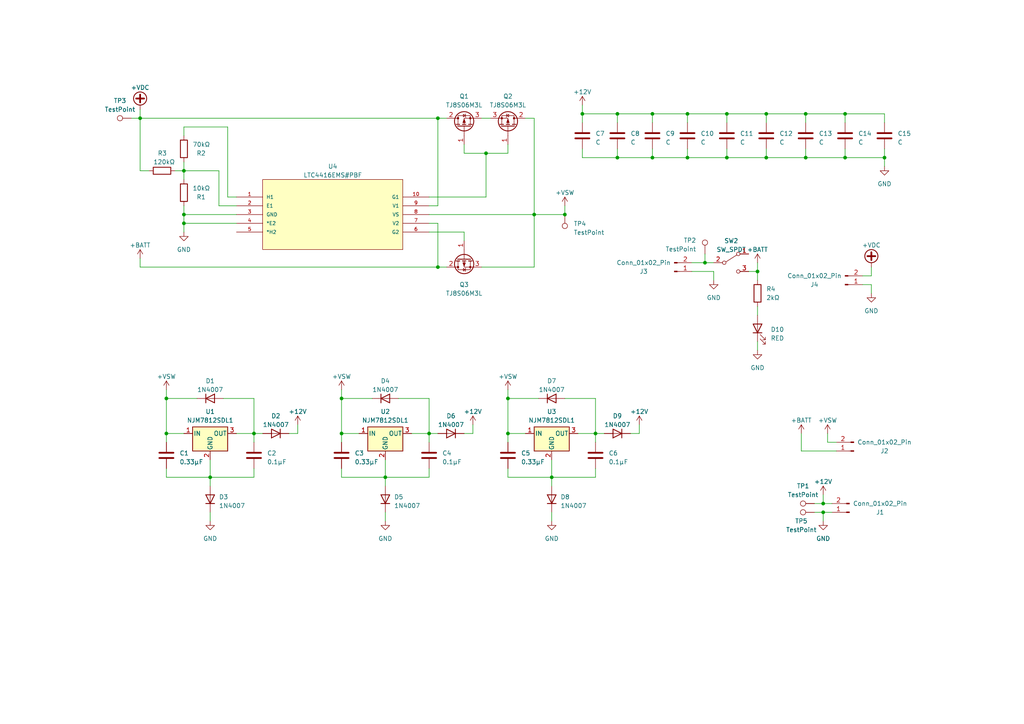
<source format=kicad_sch>
(kicad_sch (version 20230121) (generator eeschema)
  (paper "A4")
  (lib_symbols
    (symbol "Connector:Conn_01x02_Pin" (pin_names (offset 1.016) hide)
      (property "Reference" "J" (at 0 2.54 0))
      (property "Value" "Conn_01x02_Pin" (at 0 -5.08 0))
      (symbol "Conn_01x02_Pin_1_1"
        (polyline (pts (xy 1.27 -2.54) (xy 0.8636 -2.54)) (stroke (width 0.1524)))
        (polyline (pts (xy 1.27 0) (xy 0.8636 0)) (stroke (width 0.1524)))
        (rectangle (start 0.8636 -2.413) (end 0 -2.667) (stroke (width 0.1524)) (fill (type outline)))
        (rectangle (start 0.8636 0.127) (end 0 -0.127) (stroke (width 0.1524)) (fill (type outline)))
        (pin passive line (at 5.08 0 180) (length 3.81) (name "Pin_1") (number "1"))
        (pin passive line (at 5.08 -2.54 180) (length 3.81) (name "Pin_2") (number "2"))
      )
    )
    (symbol "Connector:TestPoint" (pin_numbers hide) (pin_names (offset 0.762) hide)
      (property "Reference" "TP" (at 0 6.858 0))
      (property "Value" "TestPoint" (at 0 5.08 0))
      (symbol "TestPoint_0_1"
        (circle (center 0 3.302) (radius 0.762))
      )
      (symbol "TestPoint_1_1"
        (pin passive line (at 0 0 90) (length 2.54) (name "1") (number "1"))
      )
    )
    (symbol "Device:C" (pin_numbers hide) (pin_names (offset 0.254))
      (property "Reference" "C" (at 0.635 2.54 0))
      (property "Value" "C" (at 0.635 -2.54 0))
      (symbol "C_0_1"
        (polyline (pts (xy -2.032 -0.762) (xy 2.032 -0.762)) (stroke (width 0.508)))
        (polyline (pts (xy -2.032 0.762) (xy 2.032 0.762)) (stroke (width 0.508)))
      )
      (symbol "C_1_1"
        (pin passive line (at 0 3.81 270) (length 2.794) (name "~") (number "1"))
        (pin passive line (at 0 -3.81 90) (length 2.794) (name "~") (number "2"))
      )
    )
    (symbol "Device:LED" (pin_numbers hide) (pin_names (offset 1.016) hide)
      (property "Reference" "D" (at 0 2.54 0))
      (property "Value" "LED" (at 0 -2.54 0))
      (symbol "LED_0_1"
        (polyline (pts (xy -1.27 -1.27) (xy -1.27 1.27)) (stroke (width 0.254)))
        (polyline (pts (xy -1.27 0) (xy 1.27 0)))
        (polyline (pts (xy 1.27 -1.27) (xy 1.27 1.27) (xy -1.27 0) (xy 1.27 -1.27)) (stroke (width 0.254)))
        (polyline (pts (xy -3.048 -0.762) (xy -4.572 -2.286) (xy -3.81 -2.286) (xy -4.572 -2.286) (xy -4.572 -1.524)))
        (polyline (pts (xy -1.778 -0.762) (xy -3.302 -2.286) (xy -2.54 -2.286) (xy -3.302 -2.286) (xy -3.302 -1.524)))
      )
      (symbol "LED_1_1"
        (pin passive line (at -3.81 0 0) (length 2.54) (name "K") (number "1"))
        (pin passive line (at 3.81 0 180) (length 2.54) (name "A") (number "2"))
      )
    )
    (symbol "Device:R" (pin_numbers hide) (pin_names (offset 0))
      (property "Reference" "R" (at 2.032 0 90))
      (property "Value" "R" (at 0 0 90))
      (symbol "R_0_1"
        (rectangle (start -1.016 -2.54) (end 1.016 2.54) (stroke (width 0.254)))
      )
      (symbol "R_1_1"
        (pin passive line (at 0 3.81 270) (length 1.27) (name "~") (number "1"))
        (pin passive line (at 0 -3.81 90) (length 1.27) (name "~") (number "2"))
      )
    )
    (symbol "Diode:1N4007" (pin_numbers hide) (pin_names hide)
      (property "Reference" "D" (at 0 2.54 0))
      (property "Value" "1N4007" (at 0 -2.54 0))
      (symbol "1N4007_0_1"
        (polyline (pts (xy -1.27 1.27) (xy -1.27 -1.27)) (stroke (width 0.254)))
        (polyline (pts (xy 1.27 0) (xy -1.27 0)))
        (polyline (pts (xy 1.27 1.27) (xy 1.27 -1.27) (xy -1.27 0) (xy 1.27 1.27)) (stroke (width 0.254)))
      )
      (symbol "1N4007_1_1"
        (pin passive line (at -3.81 0 0) (length 2.54) (name "K") (number "1"))
        (pin passive line (at 3.81 0 180) (length 2.54) (name "A") (number "2"))
      )
    )
    (symbol "LTC4416EMS_PBF:LTC4416EMS#PBF" (pin_names (offset 1.016))
      (property "Reference" "U" (at 23.2536 9.1335 0))
      (property "Value" "LTC4416EMS#PBF" (at 22.6431 6.5968 0))
      (symbol "LTC4416EMS#PBF_0_0"
        (rectangle (start 7.62 -15.24) (end 48.26 5.08) (stroke (width 0.1524)) (fill (type background)))
        (pin output line (at 0 0 0) (length 7.62) (name "H1") (number "1"))
        (pin passive line (at 55.88 0 180) (length 7.62) (name "G1") (number "10"))
        (pin input line (at 0 -2.54 0) (length 7.62) (name "E1") (number "2"))
        (pin power_in line (at 0 -5.08 0) (length 7.62) (name "GND") (number "3"))
        (pin input line (at 0 -7.62 0) (length 7.62) (name "*E2") (number "4"))
        (pin input line (at 0 -10.16 0) (length 7.62) (name "*H2") (number "5"))
        (pin passive line (at 55.88 -10.16 180) (length 7.62) (name "G2") (number "6"))
        (pin input line (at 55.88 -7.62 180) (length 7.62) (name "V2") (number "7"))
        (pin input line (at 55.88 -5.08 180) (length 7.62) (name "VS") (number "8"))
        (pin input line (at 55.88 -2.54 180) (length 7.62) (name "V1") (number "9"))
      )
    )
    (symbol "Regulator_Linear:L7812" (pin_names (offset 0.254))
      (property "Reference" "U" (at -3.81 3.175 0))
      (property "Value" "L7812" (at 0 3.175 0))
      (symbol "L7812_0_1"
        (rectangle (start -5.08 1.905) (end 5.08 -5.08) (stroke (width 0.254)) (fill (type background)))
      )
      (symbol "L7812_1_1"
        (pin power_in line (at -7.62 0 0) (length 2.54) (name "IN") (number "1"))
        (pin power_in line (at 0 -7.62 90) (length 2.54) (name "GND") (number "2"))
        (pin power_out line (at 7.62 0 180) (length 2.54) (name "OUT") (number "3"))
      )
    )
    (symbol "Switch:SW_SPDT" (pin_names (offset 0) hide)
      (property "Reference" "SW" (at 0 4.318 0))
      (property "Value" "SW_SPDT" (at 0 -5.08 0))
      (symbol "SW_SPDT_0_0"
        (circle (center -2.032 0) (radius 0.508))
        (circle (center 2.032 -2.54) (radius 0.508))
      )
      (symbol "SW_SPDT_0_1"
        (polyline (pts (xy -1.524 0.254) (xy 1.651 2.286)))
        (circle (center 2.032 2.54) (radius 0.508))
      )
      (symbol "SW_SPDT_1_1"
        (pin passive line (at 5.08 2.54 180) (length 2.54) (name "A") (number "1"))
        (pin passive line (at -5.08 0 0) (length 2.54) (name "B") (number "2"))
        (pin passive line (at 5.08 -2.54 180) (length 2.54) (name "C") (number "3"))
      )
    )
    (symbol "Transistor_FET:QM6015D" (pin_names hide)
      (property "Reference" "Q" (at 5.08 1.905 0))
      (property "Value" "QM6015D" (at 5.08 0 0))
      (symbol "QM6015D_0_1"
        (polyline (pts (xy 0.254 0) (xy -2.54 0)))
        (polyline (pts (xy 0.254 1.905) (xy 0.254 -1.905)) (stroke (width 0.254)))
        (polyline (pts (xy 0.762 -1.27) (xy 0.762 -2.286)) (stroke (width 0.254)))
        (polyline (pts (xy 0.762 0.508) (xy 0.762 -0.508)) (stroke (width 0.254)))
        (polyline (pts (xy 0.762 2.286) (xy 0.762 1.27)) (stroke (width 0.254)))
        (polyline (pts (xy 2.54 2.54) (xy 2.54 1.778)))
        (polyline (pts (xy 2.54 -2.54) (xy 2.54 0) (xy 0.762 0)))
        (polyline (pts (xy 0.762 1.778) (xy 3.302 1.778) (xy 3.302 -1.778) (xy 0.762 -1.778)))
        (polyline (pts (xy 2.286 0) (xy 1.27 0.381) (xy 1.27 -0.381) (xy 2.286 0)) (fill (type outline)))
        (polyline (pts (xy 2.794 -0.508) (xy 2.921 -0.381) (xy 3.683 -0.381) (xy 3.81 -0.254)))
        (polyline (pts (xy 3.302 -0.381) (xy 2.921 0.254) (xy 3.683 0.254) (xy 3.302 -0.381)))
        (circle (center 1.651 0) (radius 2.794) (stroke (width 0.254)))
        (circle (center 2.54 -1.778) (radius 0.254) (fill (type outline)))
        (circle (center 2.54 1.778) (radius 0.254) (fill (type outline)))
      )
      (symbol "QM6015D_1_1"
        (pin passive line (at -5.08 0 0) (length 2.54) (name "G") (number "1"))
        (pin passive line (at 2.54 5.08 270) (length 2.54) (name "D") (number "2"))
        (pin passive line (at 2.54 -5.08 90) (length 2.54) (name "S") (number "3"))
      )
    )
    (symbol "power:+12V" (power) (pin_names (offset 0))
      (property "Value" "+12V" (at 0 3.556 0))
      (symbol "+12V_0_1"
        (polyline (pts (xy -0.762 1.27) (xy 0 2.54)))
        (polyline (pts (xy 0 0) (xy 0 2.54)))
        (polyline (pts (xy 0 2.54) (xy 0.762 1.27)))
      )
      (symbol "+12V_1_1"
        (pin power_in line (at 0 0 90) (length 0) hide (name "+12V") (number "1"))
      )
    )
    (symbol "power:+BATT" (power) (pin_names (offset 0))
      (property "Value" "+BATT" (at 0 3.556 0))
      (symbol "+BATT_0_1"
        (polyline (pts (xy -0.762 1.27) (xy 0 2.54)))
        (polyline (pts (xy 0 0) (xy 0 2.54)))
        (polyline (pts (xy 0 2.54) (xy 0.762 1.27)))
      )
      (symbol "+BATT_1_1"
        (pin power_in line (at 0 0 90) (length 0) hide (name "+BATT") (number "1"))
      )
    )
    (symbol "power:+VDC" (power) (pin_names (offset 0))
      (property "Value" "+VDC" (at 0 6.35 0))
      (symbol "+VDC_0_1"
        (polyline (pts (xy -1.143 3.175) (xy 1.143 3.175)) (stroke (width 0.508)))
        (polyline (pts (xy 0 0) (xy 0 1.27)))
        (polyline (pts (xy 0 2.032) (xy 0 4.318)) (stroke (width 0.508)))
        (circle (center 0 3.175) (radius 1.905) (stroke (width 0.254)))
      )
      (symbol "+VDC_1_1"
        (pin power_in line (at 0 0 90) (length 0) hide (name "+VDC") (number "1"))
      )
    )
    (symbol "power:+VSW" (power) (pin_names (offset 0))
      (property "Value" "+VSW" (at 0 3.556 0))
      (symbol "+VSW_0_1"
        (polyline (pts (xy -0.762 1.27) (xy 0 2.54)))
        (polyline (pts (xy 0 0) (xy 0 2.54)))
        (polyline (pts (xy 0 2.54) (xy 0.762 1.27)))
      )
      (symbol "+VSW_1_1"
        (pin power_in line (at 0 0 90) (length 0) hide (name "+VSW") (number "1"))
      )
    )
    (symbol "power:GND" (power) (pin_names (offset 0))
      (property "Value" "GND" (at 0 -3.81 0))
      (symbol "GND_0_1"
        (polyline (pts (xy 0 0) (xy 0 -1.27) (xy 1.27 -1.27) (xy 0 -2.54) (xy -1.27 -1.27) (xy 0 -1.27)))
      )
      (symbol "GND_1_1"
        (pin power_in line (at 0 0 270) (length 0) hide (name "GND") (number "1"))
      )
    )
  )
  (junction (at 204.47 76.2))
  (junction (at 99.06 115.57))
  (junction (at 160.02 138.43))
  (junction (at 245.11 33.02))
  (junction (at 53.34 62.23))
  (junction (at 199.39 45.72))
  (junction (at 124.46 125.73))
  (junction (at 154.94 62.23))
  (junction (at 256.54 45.72))
  (junction (at 210.82 33.02))
  (junction (at 233.68 45.72))
  (junction (at 233.68 33.02))
  (junction (at 245.11 45.72))
  (junction (at 163.83 62.23))
  (junction (at 40.64 34.29))
  (junction (at 147.32 125.73))
  (junction (at 222.25 33.02))
  (junction (at 179.07 33.02))
  (junction (at 172.72 125.73))
  (junction (at 222.25 45.72))
  (junction (at 127 77.47))
  (junction (at 60.96 138.43))
  (junction (at 238.76 146.05))
  (junction (at 53.34 64.77))
  (junction (at 99.06 125.73))
  (junction (at 238.76 148.59))
  (junction (at 179.07 45.72))
  (junction (at 168.91 33.02))
  (junction (at 189.23 45.72))
  (junction (at 73.66 125.73))
  (junction (at 219.71 78.74))
  (junction (at 48.26 115.57))
  (junction (at 140.97 44.45))
  (junction (at 210.82 45.72))
  (junction (at 147.32 115.57))
  (junction (at 199.39 33.02))
  (junction (at 127 34.29))
  (junction (at 53.34 49.53))
  (junction (at 189.23 33.02))
  (junction (at 48.26 125.73))
  (junction (at 111.76 138.43))
  (wire (pts (xy 245.11 43.18) (xy 245.11 45.72)))
  (wire (pts (xy 232.41 125.73) (xy 232.41 130.81)))
  (wire (pts (xy 73.66 125.73) (xy 73.66 128.27)))
  (wire (pts (xy 53.34 125.73) (xy 48.26 125.73)))
  (wire (pts (xy 252.73 77.47) (xy 252.73 80.01)))
  (wire (pts (xy 134.62 125.73) (xy 137.16 125.73)))
  (wire (pts (xy 134.62 44.45) (xy 140.97 44.45)))
  (wire (pts (xy 134.62 69.85) (xy 134.62 67.31)))
  (wire (pts (xy 124.46 125.73) (xy 124.46 128.27)))
  (wire (pts (xy 48.26 138.43) (xy 60.96 138.43)))
  (wire (pts (xy 40.64 31.75) (xy 40.64 34.29)))
  (wire (pts (xy 104.14 125.73) (xy 99.06 125.73)))
  (wire (pts (xy 63.5 49.53) (xy 63.5 59.69)))
  (wire (pts (xy 233.68 45.72) (xy 222.25 45.72)))
  (wire (pts (xy 66.04 36.83) (xy 66.04 57.15)))
  (wire (pts (xy 210.82 35.56) (xy 210.82 33.02)))
  (wire (pts (xy 219.71 99.06) (xy 219.71 101.6)))
  (wire (pts (xy 189.23 33.02) (xy 179.07 33.02)))
  (wire (pts (xy 48.26 115.57) (xy 57.15 115.57)))
  (wire (pts (xy 53.34 49.53) (xy 53.34 46.99)))
  (wire (pts (xy 236.22 146.05) (xy 238.76 146.05)))
  (wire (pts (xy 38.1 34.29) (xy 40.64 34.29)))
  (wire (pts (xy 163.83 62.23) (xy 154.94 62.23)))
  (wire (pts (xy 127 64.77) (xy 127 77.47)))
  (wire (pts (xy 238.76 148.59) (xy 241.3 148.59)))
  (wire (pts (xy 119.38 125.73) (xy 124.46 125.73)))
  (wire (pts (xy 73.66 125.73) (xy 76.2 125.73)))
  (wire (pts (xy 222.25 35.56) (xy 222.25 33.02)))
  (wire (pts (xy 163.83 115.57) (xy 172.72 115.57)))
  (wire (pts (xy 99.06 115.57) (xy 99.06 125.73)))
  (wire (pts (xy 207.01 76.2) (xy 204.47 76.2)))
  (wire (pts (xy 40.64 34.29) (xy 40.64 49.53)))
  (wire (pts (xy 207.01 78.74) (xy 200.66 78.74)))
  (wire (pts (xy 48.26 115.57) (xy 48.26 125.73)))
  (wire (pts (xy 60.96 148.59) (xy 60.96 151.13)))
  (wire (pts (xy 199.39 33.02) (xy 189.23 33.02)))
  (wire (pts (xy 204.47 73.66) (xy 204.47 76.2)))
  (wire (pts (xy 163.83 59.69) (xy 163.83 62.23)))
  (wire (pts (xy 124.46 125.73) (xy 127 125.73)))
  (wire (pts (xy 236.22 148.59) (xy 238.76 148.59)))
  (wire (pts (xy 233.68 43.18) (xy 233.68 45.72)))
  (wire (pts (xy 48.26 113.03) (xy 48.26 115.57)))
  (wire (pts (xy 252.73 82.55) (xy 250.19 82.55)))
  (wire (pts (xy 210.82 33.02) (xy 199.39 33.02)))
  (wire (pts (xy 111.76 133.35) (xy 111.76 138.43)))
  (wire (pts (xy 147.32 125.73) (xy 147.32 128.27)))
  (wire (pts (xy 152.4 34.29) (xy 154.94 34.29)))
  (wire (pts (xy 64.77 115.57) (xy 73.66 115.57)))
  (wire (pts (xy 219.71 78.74) (xy 219.71 81.28)))
  (wire (pts (xy 199.39 43.18) (xy 199.39 45.72)))
  (wire (pts (xy 238.76 151.13) (xy 238.76 148.59)))
  (wire (pts (xy 245.11 45.72) (xy 233.68 45.72)))
  (wire (pts (xy 160.02 138.43) (xy 160.02 140.97)))
  (wire (pts (xy 189.23 43.18) (xy 189.23 45.72)))
  (wire (pts (xy 139.7 77.47) (xy 154.94 77.47)))
  (wire (pts (xy 147.32 113.03) (xy 147.32 115.57)))
  (wire (pts (xy 68.58 57.15) (xy 66.04 57.15)))
  (wire (pts (xy 124.46 57.15) (xy 140.97 57.15)))
  (wire (pts (xy 222.25 33.02) (xy 210.82 33.02)))
  (wire (pts (xy 207.01 81.28) (xy 207.01 78.74)))
  (wire (pts (xy 124.46 138.43) (xy 124.46 135.89)))
  (wire (pts (xy 99.06 115.57) (xy 107.95 115.57)))
  (wire (pts (xy 189.23 35.56) (xy 189.23 33.02)))
  (wire (pts (xy 127 77.47) (xy 129.54 77.47)))
  (wire (pts (xy 256.54 33.02) (xy 245.11 33.02)))
  (wire (pts (xy 172.72 115.57) (xy 172.72 125.73)))
  (wire (pts (xy 179.07 43.18) (xy 179.07 45.72)))
  (wire (pts (xy 199.39 45.72) (xy 210.82 45.72)))
  (wire (pts (xy 40.64 34.29) (xy 127 34.29)))
  (wire (pts (xy 137.16 123.19) (xy 137.16 125.73)))
  (wire (pts (xy 53.34 36.83) (xy 53.34 39.37)))
  (wire (pts (xy 50.8 49.53) (xy 53.34 49.53)))
  (wire (pts (xy 160.02 138.43) (xy 172.72 138.43)))
  (wire (pts (xy 111.76 138.43) (xy 124.46 138.43)))
  (wire (pts (xy 154.94 62.23) (xy 124.46 62.23)))
  (wire (pts (xy 53.34 59.69) (xy 53.34 62.23)))
  (wire (pts (xy 134.62 41.91) (xy 134.62 44.45)))
  (wire (pts (xy 154.94 34.29) (xy 154.94 62.23)))
  (wire (pts (xy 179.07 45.72) (xy 189.23 45.72)))
  (wire (pts (xy 160.02 148.59) (xy 160.02 151.13)))
  (wire (pts (xy 204.47 76.2) (xy 200.66 76.2)))
  (wire (pts (xy 86.36 123.19) (xy 86.36 125.73)))
  (wire (pts (xy 99.06 135.89) (xy 99.06 138.43)))
  (wire (pts (xy 152.4 125.73) (xy 147.32 125.73)))
  (wire (pts (xy 160.02 133.35) (xy 160.02 138.43)))
  (wire (pts (xy 40.64 74.93) (xy 40.64 77.47)))
  (wire (pts (xy 124.46 59.69) (xy 127 59.69)))
  (wire (pts (xy 168.91 33.02) (xy 168.91 35.56)))
  (wire (pts (xy 60.96 138.43) (xy 73.66 138.43)))
  (wire (pts (xy 68.58 59.69) (xy 63.5 59.69)))
  (wire (pts (xy 99.06 125.73) (xy 99.06 128.27)))
  (wire (pts (xy 99.06 113.03) (xy 99.06 115.57)))
  (wire (pts (xy 73.66 138.43) (xy 73.66 135.89)))
  (wire (pts (xy 63.5 49.53) (xy 53.34 49.53)))
  (wire (pts (xy 167.64 125.73) (xy 172.72 125.73)))
  (wire (pts (xy 53.34 64.77) (xy 53.34 62.23)))
  (wire (pts (xy 245.11 33.02) (xy 233.68 33.02)))
  (wire (pts (xy 154.94 77.47) (xy 154.94 62.23)))
  (wire (pts (xy 68.58 64.77) (xy 53.34 64.77)))
  (wire (pts (xy 127 77.47) (xy 40.64 77.47)))
  (wire (pts (xy 147.32 44.45) (xy 147.32 41.91)))
  (wire (pts (xy 48.26 125.73) (xy 48.26 128.27)))
  (wire (pts (xy 168.91 43.18) (xy 168.91 45.72)))
  (wire (pts (xy 240.03 125.73) (xy 240.03 128.27)))
  (wire (pts (xy 68.58 62.23) (xy 53.34 62.23)))
  (wire (pts (xy 219.71 76.2) (xy 219.71 78.74)))
  (wire (pts (xy 111.76 138.43) (xy 111.76 140.97)))
  (wire (pts (xy 111.76 148.59) (xy 111.76 151.13)))
  (wire (pts (xy 147.32 138.43) (xy 160.02 138.43)))
  (wire (pts (xy 124.46 64.77) (xy 127 64.77)))
  (wire (pts (xy 147.32 115.57) (xy 147.32 125.73)))
  (wire (pts (xy 172.72 138.43) (xy 172.72 135.89)))
  (wire (pts (xy 210.82 45.72) (xy 222.25 45.72)))
  (wire (pts (xy 233.68 33.02) (xy 222.25 33.02)))
  (wire (pts (xy 168.91 30.48) (xy 168.91 33.02)))
  (wire (pts (xy 147.32 135.89) (xy 147.32 138.43)))
  (wire (pts (xy 245.11 33.02) (xy 245.11 35.56)))
  (wire (pts (xy 233.68 33.02) (xy 233.68 35.56)))
  (wire (pts (xy 256.54 35.56) (xy 256.54 33.02)))
  (wire (pts (xy 172.72 125.73) (xy 172.72 128.27)))
  (wire (pts (xy 60.96 138.43) (xy 60.96 140.97)))
  (wire (pts (xy 189.23 45.72) (xy 199.39 45.72)))
  (wire (pts (xy 232.41 130.81) (xy 242.57 130.81)))
  (wire (pts (xy 179.07 33.02) (xy 168.91 33.02)))
  (wire (pts (xy 124.46 115.57) (xy 124.46 125.73)))
  (wire (pts (xy 40.64 49.53) (xy 43.18 49.53)))
  (wire (pts (xy 134.62 67.31) (xy 124.46 67.31)))
  (wire (pts (xy 256.54 45.72) (xy 256.54 48.26)))
  (wire (pts (xy 140.97 44.45) (xy 147.32 44.45)))
  (wire (pts (xy 240.03 128.27) (xy 242.57 128.27)))
  (wire (pts (xy 185.42 123.19) (xy 185.42 125.73)))
  (wire (pts (xy 83.82 125.73) (xy 86.36 125.73)))
  (wire (pts (xy 238.76 143.51) (xy 238.76 146.05)))
  (wire (pts (xy 127 34.29) (xy 129.54 34.29)))
  (wire (pts (xy 238.76 146.05) (xy 241.3 146.05)))
  (wire (pts (xy 252.73 80.01) (xy 250.19 80.01)))
  (wire (pts (xy 68.58 125.73) (xy 73.66 125.73)))
  (wire (pts (xy 172.72 125.73) (xy 175.26 125.73)))
  (wire (pts (xy 168.91 45.72) (xy 179.07 45.72)))
  (wire (pts (xy 245.11 45.72) (xy 256.54 45.72)))
  (wire (pts (xy 182.88 125.73) (xy 185.42 125.73)))
  (wire (pts (xy 66.04 36.83) (xy 53.34 36.83)))
  (wire (pts (xy 127 59.69) (xy 127 34.29)))
  (wire (pts (xy 252.73 85.09) (xy 252.73 82.55)))
  (wire (pts (xy 48.26 135.89) (xy 48.26 138.43)))
  (wire (pts (xy 219.71 88.9) (xy 219.71 91.44)))
  (wire (pts (xy 147.32 115.57) (xy 156.21 115.57)))
  (wire (pts (xy 53.34 64.77) (xy 53.34 67.31)))
  (wire (pts (xy 60.96 133.35) (xy 60.96 138.43)))
  (wire (pts (xy 99.06 138.43) (xy 111.76 138.43)))
  (wire (pts (xy 222.25 43.18) (xy 222.25 45.72)))
  (wire (pts (xy 140.97 57.15) (xy 140.97 44.45)))
  (wire (pts (xy 210.82 43.18) (xy 210.82 45.72)))
  (wire (pts (xy 139.7 34.29) (xy 142.24 34.29)))
  (wire (pts (xy 256.54 43.18) (xy 256.54 45.72)))
  (wire (pts (xy 199.39 35.56) (xy 199.39 33.02)))
  (wire (pts (xy 179.07 35.56) (xy 179.07 33.02)))
  (wire (pts (xy 115.57 115.57) (xy 124.46 115.57)))
  (wire (pts (xy 217.17 78.74) (xy 219.71 78.74)))
  (wire (pts (xy 53.34 49.53) (xy 53.34 52.07)))
  (wire (pts (xy 73.66 115.57) (xy 73.66 125.73)))
  (symbol (lib_id "Device:C") (at 199.39 39.37 0) (unit 1)
    (property "Reference" "C10" (at 203.2 38.735 0) (effects (justify left)))
    (property "Value" "C" (at 203.2 41.275 0) (effects (justify left)))
    (property "Footprint" "Capacitor_THT:CP_Radial_D10.0mm_P3.50mm" (effects hide))
  )
  (symbol (lib_id "power:GND") (at 219.71 101.6 0) (unit 1)
    (property "Reference" "#PWR024" (effects hide))
    (property "Value" "GND" (at 219.71 106.68 0))
  )
  (symbol (lib_id "power:GND") (at 111.76 151.13 0) (unit 1)
    (property "Reference" "#PWR07" (effects hide))
    (property "Value" "GND" (at 111.76 156.21 0))
  )
  (symbol (lib_id "power:+BATT") (at 232.41 125.73 0) (unit 1)
    (property "Reference" "#PWR012" (effects hide))
    (property "Value" "+BATT" (at 232.41 121.92 0))
  )
  (symbol (lib_id "Connector:Conn_01x02_Pin") (at 246.38 148.59 180) (unit 1)
    (property "Reference" "J1" (at 255.27 148.59 0))
    (property "Value" "Conn_01x02_Pin" (at 255.27 146.05 0))
    (property "Footprint" "Hirose_Connector:Hirose_DF1B" (effects hide))
  )
  (symbol (lib_id "power:+VSW") (at 147.32 113.03 0) (unit 1)
    (property "Reference" "#PWR09" (effects hide))
    (property "Value" "+VSW" (at 147.32 109.22 0))
  )
  (symbol (lib_id "Connector:Conn_01x02_Pin") (at 195.58 78.74 0) (mirror x) (unit 1)
    (property "Reference" "J3" (at 186.69 78.74 0))
    (property "Value" "Conn_01x02_Pin" (at 186.69 76.2 0))
    (property "Footprint" "Hirose_Connector:Hirose_DF1B" (effects hide))
  )
  (symbol (lib_id "power:+BATT") (at 40.64 74.93 0) (unit 1)
    (property "Reference" "#PWR020" (effects hide))
    (property "Value" "+BATT" (at 40.64 71.12 0))
  )
  (symbol (lib_id "power:GND") (at 256.54 48.26 0) (unit 1)
    (property "Reference" "#PWR023" (effects hide))
    (property "Value" "GND" (at 256.54 53.34 0))
  )
  (symbol (lib_id "Device:C") (at 179.07 39.37 0) (unit 1)
    (property "Reference" "C8" (at 182.88 38.735 0) (effects (justify left)))
    (property "Value" "C" (at 182.88 41.275 0) (effects (justify left)))
    (property "Footprint" "Capacitor_THT:CP_Radial_D10.0mm_P3.50mm" (effects hide))
  )
  (symbol (lib_id "Device:R") (at 53.34 55.88 180) (unit 1)
    (property "Reference" "R1" (at 59.69 57.15 0) (effects (justify left)))
    (property "Value" "10kΩ" (at 60.96 54.61 0) (effects (justify left)))
    (property "Footprint" "Resistor_SMD:R_0603_1608Metric_Pad0.98x0.95mm_HandSolder" (effects hide))
  )
  (symbol (lib_id "power:+12V") (at 238.76 143.51 0) (mirror y) (unit 1)
    (property "Reference" "#PWR01" (effects hide))
    (property "Value" "+12V" (at 238.76 139.7 0))
  )
  (symbol (lib_id "power:GND") (at 53.34 67.31 0) (unit 1)
    (property "Reference" "#PWR019" (effects hide))
    (property "Value" "GND" (at 53.34 72.39 0))
  )
  (symbol (lib_id "Device:R") (at 46.99 49.53 270) (unit 1)
    (property "Reference" "R3" (at 45.72 44.45 90) (effects (justify left)))
    (property "Value" "120kΩ" (at 44.45 46.99 90) (effects (justify left)))
    (property "Footprint" "Resistor_SMD:R_0603_1608Metric_Pad0.98x0.95mm_HandSolder" (effects hide))
  )
  (symbol (lib_id "Connector:Conn_01x02_Pin") (at 247.65 130.81 180) (unit 1)
    (property "Reference" "J2" (at 256.54 130.81 0))
    (property "Value" "Conn_01x02_Pin" (at 256.54 128.27 0))
    (property "Footprint" "Hirose_Connector:Hirose_DF1B" (effects hide))
  )
  (symbol (lib_id "Device:C") (at 210.82 39.37 0) (unit 1)
    (property "Reference" "C11" (at 214.63 38.735 0) (effects (justify left)))
    (property "Value" "C" (at 214.63 41.275 0) (effects (justify left)))
    (property "Footprint" "Capacitor_THT:CP_Radial_D10.0mm_P3.50mm" (effects hide))
  )
  (symbol (lib_id "power:+VDC") (at 40.64 31.75 0) (unit 1)
    (property "Reference" "#PWR016" (effects hide))
    (property "Value" "+VDC" (at 40.64 25.4 0))
  )
  (symbol (lib_id "Device:C") (at 48.26 132.08 0) (unit 1)
    (property "Reference" "C1" (at 52.07 131.445 0) (effects (justify left)))
    (property "Value" "0.33μF" (at 52.07 133.985 0) (effects (justify left)))
    (property "Footprint" "Capacitor_SMD:C_0805_2012Metric_Pad1.18x1.45mm_HandSolder" (effects hide))
  )
  (symbol (lib_id "power:+VSW") (at 163.83 59.69 0) (unit 1)
    (property "Reference" "#PWR021" (effects hide))
    (property "Value" "+VSW" (at 163.83 55.88 0))
  )
  (symbol (lib_id "Connector:Conn_01x02_Pin") (at 245.11 82.55 0) (mirror x) (unit 1)
    (property "Reference" "J4" (at 236.22 82.55 0))
    (property "Value" "Conn_01x02_Pin" (at 236.22 80.01 0))
    (property "Footprint" "Hirose_Connector:Hirose_DF1B" (effects hide))
  )
  (symbol (lib_id "Device:C") (at 73.66 132.08 0) (unit 1)
    (property "Reference" "C2" (at 77.47 131.445 0) (effects (justify left)))
    (property "Value" "0.1μF" (at 77.47 133.985 0) (effects (justify left)))
    (property "Footprint" "Capacitor_SMD:C_0805_2012Metric_Pad1.18x1.45mm_HandSolder" (effects hide))
  )
  (symbol (lib_id "power:+VDC") (at 252.73 77.47 0) (unit 1)
    (property "Reference" "#PWR018" (effects hide))
    (property "Value" "+VDC" (at 252.73 71.12 0))
  )
  (symbol (lib_id "Diode:1N4007") (at 80.01 125.73 180) (unit 1)
    (property "Reference" "D2" (at 80.01 120.65 0))
    (property "Value" "1N4007" (at 80.01 123.19 0))
    (property "Footprint" "Diode_SMD:D_SOD-123F" (effects hide))
    (property "Datasheet" "http://www.vishay.com/docs/88503/1n4001.pdf" (effects hide))
    (property "Sim.Device" "D" (effects hide))
    (property "Sim.Pins" "1=K 2=A" (effects hide))
  )
  (symbol (lib_id "Device:C") (at 168.91 39.37 0) (unit 1)
    (property "Reference" "C7" (at 172.72 38.735 0) (effects (justify left)))
    (property "Value" "C" (at 172.72 41.275 0) (effects (justify left)))
    (property "Footprint" "Capacitor_THT:CP_Radial_D10.0mm_P3.50mm" (effects hide))
  )
  (symbol (lib_id "Device:C") (at 222.25 39.37 0) (unit 1)
    (property "Reference" "C12" (at 226.06 38.735 0) (effects (justify left)))
    (property "Value" "C" (at 226.06 41.275 0) (effects (justify left)))
    (property "Footprint" "Capacitor_THT:CP_Radial_D10.0mm_P3.50mm" (effects hide))
  )
  (symbol (lib_id "power:+VSW") (at 99.06 113.03 0) (unit 1)
    (property "Reference" "#PWR03" (effects hide))
    (property "Value" "+VSW" (at 99.06 109.22 0))
  )
  (symbol (lib_id "Device:C") (at 99.06 132.08 0) (unit 1)
    (property "Reference" "C3" (at 102.87 131.445 0) (effects (justify left)))
    (property "Value" "0.33μF" (at 102.87 133.985 0) (effects (justify left)))
    (property "Footprint" "Capacitor_SMD:C_0805_2012Metric_Pad1.18x1.45mm_HandSolder" (effects hide))
  )
  (symbol (lib_id "Switch:SW_SPDT") (at 212.09 76.2 0) (unit 1)
    (property "Reference" "SW2" (at 212.09 69.85 0))
    (property "Value" "SW_SPDT" (at 212.09 72.39 0))
    (property "Footprint" "2MS1T1B4M7QES:2MS1T1B4M7QES" (effects hide))
  )
  (symbol (lib_id "Diode:1N4007") (at 160.02 144.78 90) (unit 1)
    (property "Reference" "D8" (at 162.56 144.145 90) (effects (justify right)))
    (property "Value" "1N4007" (at 162.56 146.685 90) (effects (justify right)))
    (property "Footprint" "Diode_SMD:D_SOD-123F" (effects hide))
    (property "Datasheet" "http://www.vishay.com/docs/88503/1n4001.pdf" (effects hide))
    (property "Sim.Device" "D" (effects hide))
    (property "Sim.Pins" "1=K 2=A" (effects hide))
  )
  (symbol (lib_id "Device:C") (at 147.32 132.08 0) (unit 1)
    (property "Reference" "C5" (at 151.13 131.445 0) (effects (justify left)))
    (property "Value" "0.33μF" (at 151.13 133.985 0) (effects (justify left)))
    (property "Footprint" "Capacitor_SMD:C_0805_2012Metric_Pad1.18x1.45mm_HandSolder" (effects hide))
  )
  (symbol (lib_id "Diode:1N4007") (at 111.76 144.78 90) (unit 1)
    (property "Reference" "D5" (at 114.3 144.145 90) (effects (justify right)))
    (property "Value" "1N4007" (at 114.3 146.685 90) (effects (justify right)))
    (property "Footprint" "Diode_SMD:D_SOD-123F" (effects hide))
    (property "Datasheet" "http://www.vishay.com/docs/88503/1n4001.pdf" (effects hide))
    (property "Sim.Device" "D" (effects hide))
    (property "Sim.Pins" "1=K 2=A" (effects hide))
  )
  (symbol (lib_id "Transistor_FET:QM6015D") (at 147.32 36.83 270) (mirror x) (unit 1)
    (property "Reference" "Q2" (at 147.32 27.94 90))
    (property "Value" "TJ8S06M3L" (at 147.32 30.48 90))
    (property "Footprint" "Package_TO_SOT_SMD:TO-252-2" (effects hide))
    (property "Datasheet" "http://www.jaolen.com/images/pdf/QM6015D.pdf" (effects hide))
  )
  (symbol (lib_id "power:GND") (at 207.01 81.28 0) (unit 1)
    (property "Reference" "#PWR015" (effects hide))
    (property "Value" "GND" (at 207.01 86.36 0))
  )
  (symbol (lib_id "Device:C") (at 172.72 132.08 0) (unit 1)
    (property "Reference" "C6" (at 176.53 131.445 0) (effects (justify left)))
    (property "Value" "0.1μF" (at 176.53 133.985 0) (effects (justify left)))
    (property "Footprint" "Capacitor_SMD:C_0805_2012Metric_Pad1.18x1.45mm_HandSolder" (effects hide))
  )
  (symbol (lib_id "Connector:TestPoint") (at 204.47 73.66 0) (mirror y) (unit 1)
    (property "Reference" "TP2" (at 201.93 69.723 0) (effects (justify left)))
    (property "Value" "TestPoint" (at 201.93 72.263 0) (effects (justify left)))
    (property "Footprint" "Connector_Pin:Pin_D1.0mm_L10.0mm" (effects hide))
  )
  (symbol (lib_id "Diode:1N4007") (at 60.96 144.78 90) (unit 1)
    (property "Reference" "D3" (at 63.5 144.145 90) (effects (justify right)))
    (property "Value" "1N4007" (at 63.5 146.685 90) (effects (justify right)))
    (property "Footprint" "Diode_SMD:D_SOD-123F" (effects hide))
    (property "Datasheet" "http://www.vishay.com/docs/88503/1n4001.pdf" (effects hide))
    (property "Sim.Device" "D" (effects hide))
    (property "Sim.Pins" "1=K 2=A" (effects hide))
  )
  (symbol (lib_id "Device:C") (at 256.54 39.37 0) (unit 1)
    (property "Reference" "C15" (at 260.35 38.735 0) (effects (justify left)))
    (property "Value" "C" (at 260.35 41.275 0) (effects (justify left)))
    (property "Footprint" "Capacitor_THT:CP_Radial_D10.0mm_P3.50mm" (effects hide))
  )
  (symbol (lib_id "power:GND") (at 60.96 151.13 0) (unit 1)
    (property "Reference" "#PWR04" (effects hide))
    (property "Value" "GND" (at 60.96 156.21 0))
  )
  (symbol (lib_id "power:+VSW") (at 240.03 125.73 0) (unit 1)
    (property "Reference" "#PWR013" (effects hide))
    (property "Value" "+VSW" (at 240.03 121.92 0))
  )
  (symbol (lib_id "Device:R") (at 219.71 85.09 0) (unit 1)
    (property "Reference" "R4" (at 222.25 83.8199 0) (effects (justify left)))
    (property "Value" "2kΩ" (at 222.25 86.3599 0) (effects (justify left)))
    (property "Footprint" "Resistor_SMD:R_0603_1608Metric_Pad0.98x0.95mm_HandSolder" (effects hide))
  )
  (symbol (lib_id "power:+12V") (at 168.91 30.48 0) (mirror y) (unit 1)
    (property "Reference" "#PWR022" (effects hide))
    (property "Value" "+12V" (at 168.91 26.67 0))
  )
  (symbol (lib_id "Regulator_Linear:L7812") (at 160.02 125.73 0) (unit 1)
    (property "Reference" "U3" (at 160.02 119.38 0))
    (property "Value" "NJM7812SDL1" (at 160.02 121.92 0))
    (property "Footprint" "Package_TO_SOT_SMD:TO-252-2" (effects hide))
    (property "Datasheet" "http://www.st.com/content/ccc/resource/technical/document/datasheet/41/4f/b3/b0/12/d4/47/88/CD00000444.pdf/files/CD00000444.pdf/jcr:content/translations/en.CD00000444.pdf" (effects hide))
  )
  (symbol (lib_id "power:+12V") (at 137.16 123.19 0) (mirror y) (unit 1)
    (property "Reference" "#PWR08" (effects hide))
    (property "Value" "+12V" (at 137.16 119.38 0))
  )
  (symbol (lib_id "Diode:1N4007") (at 160.02 115.57 0) (unit 1)
    (property "Reference" "D7" (at 160.02 110.49 0))
    (property "Value" "1N4007" (at 160.02 113.03 0))
    (property "Footprint" "Diode_SMD:D_SOD-123F" (effects hide))
    (property "Datasheet" "http://www.vishay.com/docs/88503/1n4001.pdf" (effects hide))
    (property "Sim.Device" "D" (effects hide))
    (property "Sim.Pins" "1=K 2=A" (effects hide))
  )
  (symbol (lib_id "Transistor_FET:QM6015D") (at 134.62 36.83 90) (unit 1)
    (property "Reference" "Q1" (at 134.62 27.94 90))
    (property "Value" "TJ8S06M3L" (at 134.62 30.48 90))
    (property "Footprint" "Package_TO_SOT_SMD:TO-252-2" (effects hide))
    (property "Datasheet" "http://www.jaolen.com/images/pdf/QM6015D.pdf" (effects hide))
  )
  (symbol (lib_id "Connector:TestPoint") (at 236.22 148.59 90) (unit 1)
    (property "Reference" "TP5" (at 232.41 151.13 90))
    (property "Value" "TestPoint" (at 232.41 153.67 90))
    (property "Footprint" "Connector_Pin:Pin_D1.0mm_L10.0mm" (effects hide))
  )
  (symbol (lib_id "power:GND") (at 238.76 151.13 0) (mirror y) (unit 1)
    (property "Reference" "#PWR02" (effects hide))
    (property "Value" "GND" (at 238.76 156.21 0))
  )
  (symbol (lib_id "Device:C") (at 189.23 39.37 0) (unit 1)
    (property "Reference" "C9" (at 193.04 38.735 0) (effects (justify left)))
    (property "Value" "C" (at 193.04 41.275 0) (effects (justify left)))
    (property "Footprint" "Capacitor_THT:CP_Radial_D10.0mm_P3.50mm" (effects hide))
  )
  (symbol (lib_id "power:+12V") (at 185.42 123.19 0) (mirror y) (unit 1)
    (property "Reference" "#PWR011" (effects hide))
    (property "Value" "+12V" (at 185.42 119.38 0))
  )
  (symbol (lib_id "Regulator_Linear:L7812") (at 60.96 125.73 0) (unit 1)
    (property "Reference" "U1" (at 60.96 119.38 0))
    (property "Value" "NJM7812SDL1" (at 60.96 121.92 0))
    (property "Footprint" "Package_TO_SOT_SMD:TO-252-2" (effects hide))
    (property "Datasheet" "http://www.st.com/content/ccc/resource/technical/document/datasheet/41/4f/b3/b0/12/d4/47/88/CD00000444.pdf/files/CD00000444.pdf/jcr:content/translations/en.CD00000444.pdf" (effects hide))
  )
  (symbol (lib_id "power:+VSW") (at 48.26 113.03 0) (unit 1)
    (property "Reference" "#PWR06" (effects hide))
    (property "Value" "+VSW" (at 48.26 109.22 0))
  )
  (symbol (lib_id "Regulator_Linear:L7812") (at 111.76 125.73 0) (unit 1)
    (property "Reference" "U2" (at 111.76 119.38 0))
    (property "Value" "NJM7812SDL1" (at 111.76 121.92 0))
    (property "Footprint" "Package_TO_SOT_SMD:TO-252-2" (effects hide))
    (property "Datasheet" "http://www.st.com/content/ccc/resource/technical/document/datasheet/41/4f/b3/b0/12/d4/47/88/CD00000444.pdf/files/CD00000444.pdf/jcr:content/translations/en.CD00000444.pdf" (effects hide))
  )
  (symbol (lib_id "Connector:TestPoint") (at 236.22 146.05 90) (unit 1)
    (property "Reference" "TP1" (at 232.918 140.97 90))
    (property "Value" "TestPoint" (at 232.918 143.51 90))
    (property "Footprint" "Connector_Pin:Pin_D1.0mm_L10.0mm" (effects hide))
  )
  (symbol (lib_id "Device:C") (at 245.11 39.37 0) (unit 1)
    (property "Reference" "C14" (at 248.92 38.735 0) (effects (justify left)))
    (property "Value" "C" (at 248.92 41.275 0) (effects (justify left)))
    (property "Footprint" "Capacitor_THT:CP_Radial_D10.0mm_P3.50mm" (effects hide))
  )
  (symbol (lib_id "Diode:1N4007") (at 111.76 115.57 0) (unit 1)
    (property "Reference" "D4" (at 111.76 110.49 0))
    (property "Value" "1N4007" (at 111.76 113.03 0))
    (property "Footprint" "Diode_SMD:D_SOD-123F" (effects hide))
    (property "Datasheet" "http://www.vishay.com/docs/88503/1n4001.pdf" (effects hide))
    (property "Sim.Device" "D" (effects hide))
    (property "Sim.Pins" "1=K 2=A" (effects hide))
  )
  (symbol (lib_id "Diode:1N4007") (at 179.07 125.73 180) (unit 1)
    (property "Reference" "D9" (at 179.07 120.65 0))
    (property "Value" "1N4007" (at 179.07 123.19 0))
    (property "Footprint" "Diode_SMD:D_SOD-123F" (effects hide))
    (property "Datasheet" "http://www.vishay.com/docs/88503/1n4001.pdf" (effects hide))
    (property "Sim.Device" "D" (effects hide))
    (property "Sim.Pins" "1=K 2=A" (effects hide))
  )
  (symbol (lib_id "power:GND") (at 252.73 85.09 0) (unit 1)
    (property "Reference" "#PWR017" (effects hide))
    (property "Value" "GND" (at 252.73 90.17 0))
  )
  (symbol (lib_id "Connector:TestPoint") (at 38.1 34.29 90) (unit 1)
    (property "Reference" "TP3" (at 34.798 29.21 90))
    (property "Value" "TestPoint" (at 34.798 31.75 90))
    (property "Footprint" "Connector_Pin:Pin_D1.0mm_L10.0mm" (effects hide))
  )
  (symbol (lib_id "power:+BATT") (at 219.71 76.2 0) (unit 1)
    (property "Reference" "#PWR014" (effects hide))
    (property "Value" "+BATT" (at 219.71 72.39 0))
  )
  (symbol (lib_id "Diode:1N4007") (at 130.81 125.73 180) (unit 1)
    (property "Reference" "D6" (at 130.81 120.65 0))
    (property "Value" "1N4007" (at 130.81 123.19 0))
    (property "Footprint" "Diode_SMD:D_SOD-123F" (effects hide))
    (property "Datasheet" "http://www.vishay.com/docs/88503/1n4001.pdf" (effects hide))
    (property "Sim.Device" "D" (effects hide))
    (property "Sim.Pins" "1=K 2=A" (effects hide))
  )
  (symbol (lib_id "Device:C") (at 233.68 39.37 0) (unit 1)
    (property "Reference" "C13" (at 237.49 38.735 0) (effects (justify left)))
    (property "Value" "C" (at 237.49 41.275 0) (effects (justify left)))
    (property "Footprint" "Capacitor_THT:CP_Radial_D10.0mm_P3.50mm" (effects hide))
  )
  (symbol (lib_id "Device:LED") (at 219.71 95.25 90) (unit 1)
    (property "Reference" "D10" (at 223.52 95.5674 90) (effects (justify right)))
    (property "Value" "RED" (at 223.52 98.1074 90) (effects (justify right)))
    (property "Footprint" "LED_SMD:LED_0603_1608Metric_Pad1.05x0.95mm_HandSolder" (effects hide))
  )
  (symbol (lib_id "Transistor_FET:QM6015D") (at 134.62 74.93 90) (mirror x) (unit 1)
    (property "Reference" "Q3" (at 134.62 82.55 90))
    (property "Value" "TJ8S06M3L" (at 134.62 85.09 90))
    (property "Footprint" "Package_TO_SOT_SMD:TO-252-2" (effects hide))
    (property "Datasheet" "http://www.jaolen.com/images/pdf/QM6015D.pdf" (effects hide))
  )
  (symbol (lib_id "LTC4416EMS_PBF:LTC4416EMS#PBF") (at 68.58 57.15 0) (unit 1)
    (property "Reference" "U4" (at 96.52 48.26 0))
    (property "Value" "LTC4416EMS#PBF" (at 96.52 50.8 0))
    (property "Footprint" "Package_SO:MSOP-10-1EP_3x3mm_P0.5mm_EP1.73x1.98mm" (effects hide))
    (property "VENDOR" "Linear Technology" (effects hide))
    (property "MANUFACTURER_PART_NUMBER" "ltc4416ims1" (effects hide))
  )
  (symbol (lib_id "power:GND") (at 160.02 151.13 0) (unit 1)
    (property "Reference" "#PWR010" (effects hide))
    (property "Value" "GND" (at 160.02 156.21 0))
  )
  (symbol (lib_id "Device:R") (at 53.34 43.18 180) (unit 1)
    (property "Reference" "R2" (at 59.69 44.45 0) (effects (justify left)))
    (property "Value" "70kΩ" (at 60.96 41.91 0) (effects (justify left)))
    (property "Footprint" "Resistor_SMD:R_0603_1608Metric_Pad0.98x0.95mm_HandSolder" (effects hide))
  )
  (symbol (lib_id "Connector:TestPoint") (at 163.83 62.23 180) (unit 1)
    (property "Reference" "TP4" (at 166.37 64.897 0) (effects (justify right)))
    (property "Value" "TestPoint" (at 166.37 67.437 0) (effects (justify right)))
    (property "Footprint" "Connector_Pin:Pin_D1.0mm_L10.0mm" (effects hide))
  )
  (symbol (lib_id "Diode:1N4007") (at 60.96 115.57 0) (unit 1)
    (property "Reference" "D1" (at 60.96 110.49 0))
    (property "Value" "1N4007" (at 60.96 113.03 0))
    (property "Footprint" "Diode_SMD:D_SOD-123F" (effects hide))
    (property "Datasheet" "http://www.vishay.com/docs/88503/1n4001.pdf" (effects hide))
    (property "Sim.Device" "D" (effects hide))
    (property "Sim.Pins" "1=K 2=A" (effects hide))
  )
  (symbol (lib_id "power:+12V") (at 86.36 123.19 0) (mirror y) (unit 1)
    (property "Reference" "#PWR05" (effects hide))
    (property "Value" "+12V" (at 86.36 119.38 0))
  )
  (symbol (lib_id "Device:C") (at 124.46 132.08 0) (unit 1)
    (property "Reference" "C4" (at 128.27 131.445 0) (effects (justify left)))
    (property "Value" "0.1μF" (at 128.27 133.985 0) (effects (justify left)))
    (property "Footprint" "Capacitor_SMD:C_0805_2012Metric_Pad1.18x1.45mm_HandSolder" (effects hide))
  )
)
</source>
